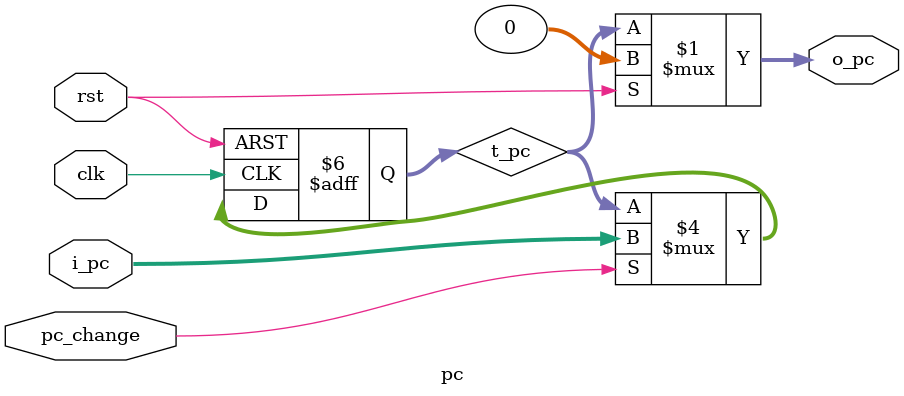
<source format=v>
`timescale 1ns / 1ps
module pc(       input wire pc_change,
                 input wire clk,
					  input wire rst,
					  input wire[31:0] i_pc,
					  output wire[31:0] o_pc
    );
reg[31:0] t_pc;

initial t_pc = 0;
assign o_pc = rst?0:t_pc;

always @(posedge clk,posedge rst)
if(rst) t_pc <= 0;
else if(pc_change)
t_pc <= i_pc;


endmodule


</source>
